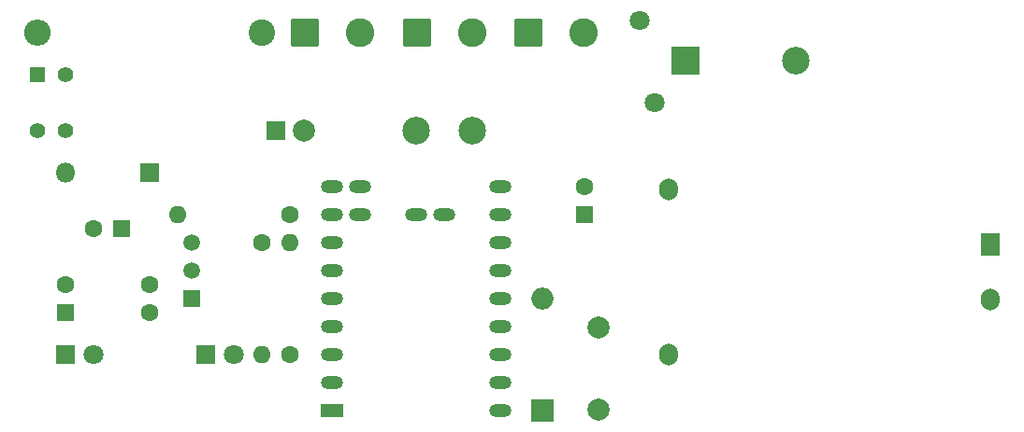
<source format=gbr>
%TF.GenerationSoftware,KiCad,Pcbnew,9.0.0*%
%TF.CreationDate,2025-03-10T22:05:16+01:00*%
%TF.ProjectId,BigBrother_Telerupteur,42696742-726f-4746-9865-725f54656c65,rev?*%
%TF.SameCoordinates,Original*%
%TF.FileFunction,Soldermask,Bot*%
%TF.FilePolarity,Negative*%
%FSLAX46Y46*%
G04 Gerber Fmt 4.6, Leading zero omitted, Abs format (unit mm)*
G04 Created by KiCad (PCBNEW 9.0.0) date 2025-03-10 22:05:16*
%MOMM*%
%LPD*%
G01*
G04 APERTURE LIST*
G04 Aperture macros list*
%AMRoundRect*
0 Rectangle with rounded corners*
0 $1 Rounding radius*
0 $2 $3 $4 $5 $6 $7 $8 $9 X,Y pos of 4 corners*
0 Add a 4 corners polygon primitive as box body*
4,1,4,$2,$3,$4,$5,$6,$7,$8,$9,$2,$3,0*
0 Add four circle primitives for the rounded corners*
1,1,$1+$1,$2,$3*
1,1,$1+$1,$4,$5*
1,1,$1+$1,$6,$7*
1,1,$1+$1,$8,$9*
0 Add four rect primitives between the rounded corners*
20,1,$1+$1,$2,$3,$4,$5,0*
20,1,$1+$1,$4,$5,$6,$7,0*
20,1,$1+$1,$6,$7,$8,$9,0*
20,1,$1+$1,$8,$9,$2,$3,0*%
G04 Aperture macros list end*
%ADD10R,1.700000X2.000000*%
%ADD11O,1.700000X2.000000*%
%ADD12R,2.500000X2.500000*%
%ADD13C,2.500000*%
%ADD14C,1.600000*%
%ADD15O,1.600000X1.600000*%
%ADD16RoundRect,0.250000X-1.050000X-1.050000X1.050000X-1.050000X1.050000X1.050000X-1.050000X1.050000X0*%
%ADD17C,2.600000*%
%ADD18R,1.800000X1.800000*%
%ADD19O,1.800000X1.800000*%
%ADD20R,1.400000X1.400000*%
%ADD21C,1.400000*%
%ADD22O,2.000000X1.200000*%
%ADD23R,2.000000X1.200000*%
%ADD24R,1.600000X1.600000*%
%ADD25R,1.500000X1.500000*%
%ADD26C,1.500000*%
%ADD27C,1.800000*%
%ADD28RoundRect,0.250000X-0.550000X-0.550000X0.550000X-0.550000X0.550000X0.550000X-0.550000X0.550000X0*%
%ADD29R,2.000000X2.000000*%
%ADD30O,2.000000X2.000000*%
%ADD31R,1.778000X1.778000*%
%ADD32C,2.000000*%
%ADD33C,2.400000*%
%ADD34O,2.400000X2.400000*%
G04 APERTURE END LIST*
D10*
%TO.C,PS1*%
X242440000Y-96680000D03*
D11*
X242440000Y-101680000D03*
X213360000Y-91680000D03*
X213360000Y-106680000D03*
%TD*%
D12*
%TO.C,F1*%
X214870000Y-80010000D03*
D13*
X224870000Y-80010000D03*
%TD*%
D14*
%TO.C,R2*%
X179070000Y-93980000D03*
D15*
X168910000Y-93980000D03*
%TD*%
D16*
%TO.C,J3*%
X190540000Y-77470000D03*
D17*
X195540000Y-77470000D03*
%TD*%
D18*
%TO.C,D2*%
X166370000Y-90170000D03*
D19*
X158750000Y-90170000D03*
%TD*%
D16*
%TO.C,J2*%
X200660000Y-77470000D03*
D17*
X205660000Y-77470000D03*
%TD*%
D20*
%TO.C,D1*%
X156230000Y-81280000D03*
D21*
X158770000Y-81280000D03*
X158770000Y-86360000D03*
X156230000Y-86360000D03*
%TD*%
D16*
%TO.C,J1*%
X180420000Y-77470000D03*
D17*
X185420000Y-77470000D03*
%TD*%
D22*
%TO.C,U1*%
X182880000Y-106680000D03*
X182880000Y-104140000D03*
X182880000Y-101600000D03*
X182880000Y-99060000D03*
X198120000Y-106680000D03*
X182880000Y-96520000D03*
X182880000Y-93980000D03*
X198120000Y-111760000D03*
X182880000Y-91440000D03*
X198120000Y-91440000D03*
X198120000Y-93980000D03*
X198120000Y-96520000D03*
X198120000Y-99060000D03*
X198120000Y-101600000D03*
X198120000Y-104140000D03*
X193040000Y-93980000D03*
X190500000Y-93980000D03*
X185420000Y-93980000D03*
X185420000Y-91440000D03*
X198120000Y-109220000D03*
X182880000Y-109220000D03*
D23*
X182880000Y-111760000D03*
%TD*%
D14*
%TO.C,R4*%
X179070000Y-106680000D03*
D15*
X179070000Y-96520000D03*
%TD*%
D24*
%TO.C,C2*%
X205740000Y-93940000D03*
D14*
X205740000Y-91440000D03*
%TD*%
%TO.C,R3*%
X176530000Y-96520000D03*
D15*
X176530000Y-106680000D03*
%TD*%
D25*
%TO.C,Q1*%
X170180000Y-101600000D03*
D26*
X170180000Y-99060000D03*
X170180000Y-96520000D03*
%TD*%
D24*
%TO.C,C1*%
X163790000Y-95250000D03*
D14*
X161290000Y-95250000D03*
%TD*%
D18*
%TO.C,D3*%
X171450000Y-106680000D03*
D27*
X173990000Y-106680000D03*
%TD*%
D28*
%TO.C,U2*%
X158755000Y-102875000D03*
D14*
X158755000Y-100335000D03*
X166375000Y-100335000D03*
X166375000Y-102875000D03*
%TD*%
D29*
%TO.C,D5*%
X201930000Y-111760000D03*
D30*
X201930000Y-101600000D03*
%TD*%
D18*
%TO.C,D4*%
X158750000Y-106680000D03*
D27*
X161290000Y-106680000D03*
%TD*%
D31*
%TO.C,K1*%
X177746300Y-86360000D03*
D32*
X180286300Y-86360000D03*
D13*
X190446300Y-86360000D03*
X195526300Y-86360000D03*
%TD*%
D27*
%TO.C,RV1*%
X212090000Y-83820000D03*
X210690000Y-76320000D03*
%TD*%
D32*
%TO.C,C3*%
X207010000Y-111695000D03*
X207010000Y-104195000D03*
%TD*%
D33*
%TO.C,R1*%
X176530000Y-77470000D03*
D34*
X156210000Y-77470000D03*
%TD*%
M02*

</source>
